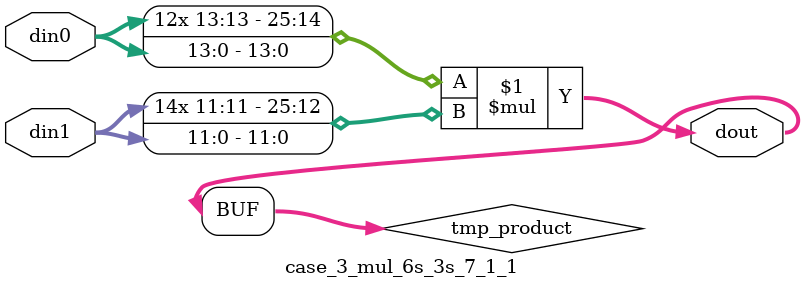
<source format=v>

`timescale 1 ns / 1 ps

 module case_3_mul_6s_3s_7_1_1(din0, din1, dout);
parameter ID = 1;
parameter NUM_STAGE = 0;
parameter din0_WIDTH = 14;
parameter din1_WIDTH = 12;
parameter dout_WIDTH = 26;

input [din0_WIDTH - 1 : 0] din0; 
input [din1_WIDTH - 1 : 0] din1; 
output [dout_WIDTH - 1 : 0] dout;

wire signed [dout_WIDTH - 1 : 0] tmp_product;



























assign tmp_product = $signed(din0) * $signed(din1);








assign dout = tmp_product;





















endmodule

</source>
